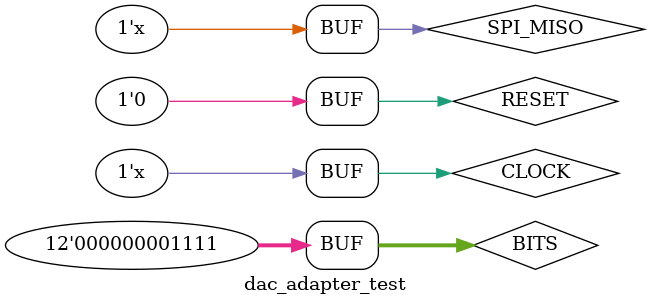
<source format=v>
`timescale 1ns / 1ps

module dac_adapter_test;

	// Input
	reg SPI_MISO;
	reg CLOCK;
	reg RESET;
	reg [11:0]BITS;
	
	// Outputs
	wire SPI_MOSI;
	wire SPI_SCK;
	wire DAC_CS;
	wire DAC_CLR;
	wire [7:0]CHECK;
	wire [4:0]STATE;
	wire [31:0]WRITE_BIT;

	integer COUNTER = 0;

	dac_adapter uut (
		.CLOCK(CLOCK),
		.RESET(RESET),
		.BITS(BITS),

		.SPI_SCK(SPI_SCK), 
		.SPI_MISO(SPI_MISO),
		.SPI_MOSI(SPI_MOSI),
		
		.DAC_CS(DAC_CS), 
		.DAC_CLR(DAC_CLR),
	
		.CHECK(CHECK),
		.STATE(STATE),
		.WRITE_BIT(WRITE_BIT)
	);

	initial begin
		SPI_MISO = 0;
		RESET = 0;
		CLOCK = 0;
		BITS = 4'b1111;
	end
      
	always begin
		#5 CLOCK = ~CLOCK;
		
		if (COUNTER == 11) begin
			SPI_MISO <= !SPI_MISO;
			COUNTER = 0;
		end
		
		COUNTER = COUNTER + 1;
	end
endmodule


</source>
